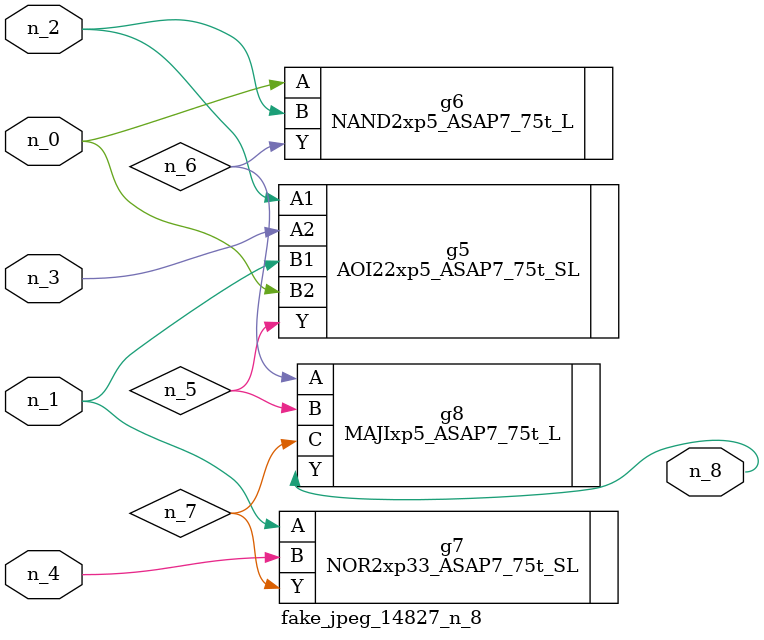
<source format=v>
module fake_jpeg_14827_n_8 (n_3, n_2, n_1, n_0, n_4, n_8);

input n_3;
input n_2;
input n_1;
input n_0;
input n_4;

output n_8;

wire n_6;
wire n_5;
wire n_7;

AOI22xp5_ASAP7_75t_SL g5 ( 
.A1(n_2),
.A2(n_3),
.B1(n_1),
.B2(n_0),
.Y(n_5)
);

NAND2xp5_ASAP7_75t_L g6 ( 
.A(n_0),
.B(n_2),
.Y(n_6)
);

NOR2xp33_ASAP7_75t_SL g7 ( 
.A(n_1),
.B(n_4),
.Y(n_7)
);

MAJIxp5_ASAP7_75t_L g8 ( 
.A(n_6),
.B(n_5),
.C(n_7),
.Y(n_8)
);


endmodule
</source>
